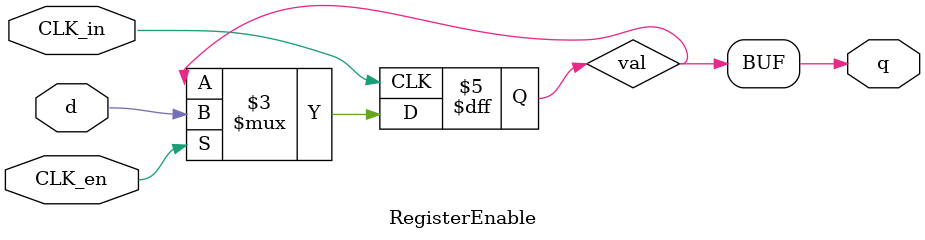
<source format=sv>
`timescale 1ns / 1ps


module DelayEnable
  #(
    parameter WIDTH = 1,
    parameter DELAY = 1
)
   (
    input [WIDTH-1:0]   InData,
    input               CLK_in,
    input               CLK_en,
    output [WIDTH-1:0]  OutData
);

    wire [WIDTH-1:0] chain[DELAY:0];
    assign chain[0] = InData;
    assign OutData = chain[DELAY];

    genvar i;

    generate
        for(i = 0; i < DELAY; i = i+1)
        begin
            RegisterEnable #(.WIDTH(WIDTH)) reg_i
            (
                .CLK_in(CLK_in),
                .CLK_en(CLK_en),
                .d(chain[i]),
                .q(chain[i+1])
            );
        end
    endgenerate

endmodule

module RegisterEnable
  #(
    parameter WIDTH = 1
)
   (
    input               CLK_in,
    input               CLK_en,
    input [WIDTH-1:0]   d,
    output [WIDTH-1:0]  q
);

    reg [WIDTH-1:0] val = '0;

    always @(posedge CLK_in)
    begin
        if (CLK_en) val <= d;
    end

    assign q = val;

endmodule

</source>
